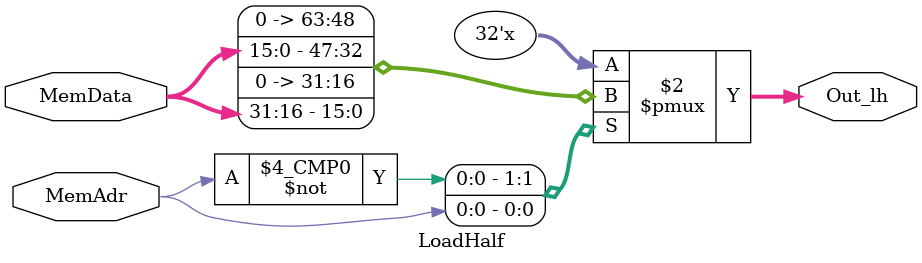
<source format=v>
`timescale 1ns / 1ps

module LoadHalf(MemAdr, MemData, Out_lh);
    input [31:0]MemData;
    input MemAdr; //this will tell us whether to store to LS or MS halfword of memory
    output reg [31:0] Out_lh;
    
    always @ (*) begin
       case (MemAdr)
           1'b0: begin //write MemData[15:0] to register
               Out_lh = { 16'b0, MemData[15:0]}; end
           1'b1: begin //write MemData[31:16] to register
               Out_lh = { 16'b0, MemData[31:16]}; end
        endcase
    end
endmodule

</source>
